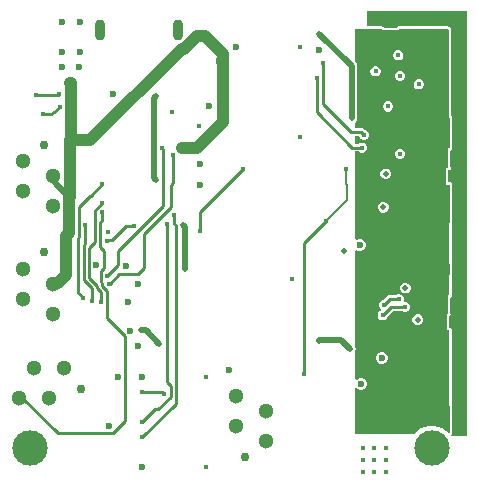
<source format=gbr>
%TF.GenerationSoftware,Altium Limited,Altium Designer,22.10.1 (41)*%
G04 Layer_Physical_Order=4*
G04 Layer_Color=16711680*
%FSLAX45Y45*%
%MOMM*%
%TF.SameCoordinates,8149DA90-88D9-4985-9A7D-E7F2AEE67DA1*%
%TF.FilePolarity,Positive*%
%TF.FileFunction,Copper,L4,Bot,Signal*%
%TF.Part,Single*%
G01*
G75*
%TA.AperFunction,Conductor*%
%ADD10C,0.25400*%
%TA.AperFunction,SMDPad,CuDef*%
%ADD18R,0.81000X0.99000*%
%ADD33R,0.99000X0.81000*%
%TA.AperFunction,Conductor*%
%ADD43C,0.50000*%
%ADD45C,0.20000*%
%TA.AperFunction,ComponentPad*%
%ADD46C,1.30000*%
%ADD47C,0.75000*%
%TA.AperFunction,WasherPad*%
%ADD48C,3.00000*%
%TA.AperFunction,SMDPad,CuDef*%
%ADD49C,3.00000*%
%TA.AperFunction,ComponentPad*%
%ADD50O,0.90000X1.80000*%
%TA.AperFunction,ViaPad*%
%ADD51C,0.60000*%
%ADD52C,0.45000*%
%ADD53C,0.40000*%
%ADD54C,0.50000*%
%TA.AperFunction,ConnectorPad*%
%ADD55R,1.15000X1.47000*%
%TA.AperFunction,Conductor*%
%ADD56C,1.00000*%
G36*
X3838184Y3846305D02*
X3842502Y3843500D01*
Y3702500D01*
Y3656501D01*
X3842502D01*
Y3653497D01*
X3842502D01*
Y3466499D01*
X3842502D01*
Y3463500D01*
X3842502D01*
Y3276501D01*
Y3096501D01*
X3855000D01*
Y2843500D01*
X3840502D01*
Y2669500D01*
X3817498D01*
Y2530500D01*
X3855000D01*
Y2203501D01*
X3850502D01*
Y2016501D01*
Y1856499D01*
X3855000D01*
Y1763499D01*
X3850502D01*
Y1593499D01*
X3840502D01*
Y1439500D01*
X3829500D01*
Y1300500D01*
X3850502D01*
Y1136502D01*
Y976500D01*
Y843500D01*
X3850500D01*
Y656500D01*
X3855000D01*
Y431658D01*
X3842300Y426397D01*
X3821116Y447582D01*
X3789996Y468375D01*
X3755418Y482698D01*
X3718711Y489999D01*
X3681284D01*
X3644577Y482698D01*
X3609999Y468375D01*
X3578880Y447582D01*
X3553798Y422500D01*
X3052500D01*
Y806827D01*
X3065200Y812087D01*
X3074175Y803112D01*
X3092553Y795500D01*
X3112444D01*
X3130821Y803112D01*
X3144886Y817177D01*
X3152498Y835554D01*
Y855446D01*
X3144886Y873823D01*
X3130821Y887888D01*
X3112444Y895500D01*
X3092553D01*
X3074175Y887888D01*
X3065200Y878913D01*
X3052500Y884173D01*
Y1117425D01*
X3052646Y1117644D01*
X3056139Y1135202D01*
X3052646Y1152760D01*
X3052500Y1152979D01*
Y1968194D01*
X3065200Y1974151D01*
X3080054Y1967998D01*
X3099946D01*
X3118323Y1975610D01*
X3132388Y1989675D01*
X3140000Y2008053D01*
Y2027944D01*
X3132388Y2046321D01*
X3118323Y2060386D01*
X3099946Y2067998D01*
X3080054D01*
X3065200Y2061846D01*
X3052500Y2067803D01*
Y2811659D01*
X3080737D01*
X3083426Y2808970D01*
X3099046Y2802500D01*
X3115954D01*
X3131574Y2808970D01*
X3143530Y2820926D01*
X3150000Y2836546D01*
Y2853454D01*
X3143530Y2869074D01*
X3131574Y2881030D01*
X3115954Y2887500D01*
X3099046D01*
X3083426Y2881030D01*
X3080737Y2878340D01*
X3052500D01*
Y2946659D01*
X3085000D01*
Y2944046D01*
X3091470Y2928426D01*
X3103426Y2916470D01*
X3119046Y2910000D01*
X3135954D01*
X3151574Y2916470D01*
X3163530Y2928426D01*
X3170000Y2944046D01*
Y2960954D01*
X3163530Y2976574D01*
X3151574Y2988530D01*
X3135954Y2995000D01*
X3132151D01*
X3123575Y3003575D01*
X3112759Y3010802D01*
X3100000Y3013340D01*
X3052500D01*
Y3056754D01*
X3057443Y3060057D01*
X3067389Y3074942D01*
X3070882Y3092500D01*
Y3535000D01*
X3067389Y3552558D01*
X3057443Y3567443D01*
X3052500Y3572386D01*
Y3851246D01*
X3271519Y3851247D01*
X3272767Y3850000D01*
X3280500D01*
Y3839500D01*
X3419500D01*
Y3850000D01*
Y3851248D01*
X3833012Y3851250D01*
X3838184Y3846305D01*
D02*
G37*
G36*
X4000000Y3850000D02*
Y400000D01*
X3873125D01*
X3865697Y412700D01*
X3866672Y415403D01*
X3869419Y417239D01*
X3873840Y423854D01*
X3875392Y431658D01*
Y656500D01*
X3873840Y664304D01*
X3870892Y668715D01*
Y843489D01*
X3870894Y843500D01*
Y976500D01*
Y1136502D01*
Y1300500D01*
X3869342Y1308304D01*
X3864922Y1314919D01*
X3858306Y1319340D01*
X3855000Y1319997D01*
Y1425198D01*
X3859342Y1431696D01*
X3860894Y1439500D01*
Y1576389D01*
X3864922Y1579080D01*
X3869342Y1585695D01*
X3870894Y1593499D01*
Y1751287D01*
X3873840Y1755695D01*
X3875392Y1763499D01*
Y1856499D01*
X3873840Y1864303D01*
X3870894Y1868711D01*
Y2016501D01*
Y2191289D01*
X3873840Y2195697D01*
X3875392Y2203501D01*
Y2530500D01*
X3873840Y2538304D01*
X3869419Y2544919D01*
X3862804Y2549340D01*
X3855000Y2550892D01*
Y2655198D01*
X3859342Y2661696D01*
X3860894Y2669500D01*
Y2824280D01*
X3862804Y2824660D01*
X3869419Y2829080D01*
X3873840Y2835696D01*
X3875392Y2843500D01*
Y3096501D01*
X3873840Y3104305D01*
X3869419Y3110921D01*
X3862894Y3115280D01*
Y3276501D01*
Y3463500D01*
X3862894Y3463503D01*
Y3466496D01*
X3862894Y3466499D01*
Y3653497D01*
X3862894Y3653500D01*
Y3656498D01*
X3862894Y3656501D01*
Y3843500D01*
X3862477Y3845598D01*
X3862449Y3847738D01*
X3861708Y3849463D01*
X3861601Y3850000D01*
X3861342Y3851303D01*
X3860153Y3853083D01*
X3859309Y3855049D01*
X3857965Y3856358D01*
X3856922Y3857919D01*
D01*
X3855142Y3859109D01*
X3855000Y3859247D01*
D01*
X3853610Y3860601D01*
X3850896Y3862364D01*
X3847106Y3865988D01*
X3843937Y3868004D01*
X3840816Y3870090D01*
X3840589Y3870135D01*
X3840393Y3870259D01*
X3836691Y3870910D01*
X3833012Y3871642D01*
X3419500Y3871640D01*
X3411696Y3870088D01*
X3405081Y3865667D01*
X3401222Y3859892D01*
X3297944D01*
X3294919Y3864419D01*
X3288304Y3868840D01*
X3280500Y3870392D01*
X3277788D01*
X3271519Y3871639D01*
X3158980Y3871638D01*
X3150000Y3880619D01*
Y4000000D01*
X4000000D01*
Y3850000D01*
D02*
G37*
%LPC*%
G36*
X3425954Y3667500D02*
X3409047D01*
X3393427Y3661030D01*
X3381471Y3649074D01*
X3375001Y3633454D01*
Y3616546D01*
X3381471Y3600926D01*
X3393427Y3588970D01*
X3409047Y3582500D01*
X3425954D01*
X3441575Y3588970D01*
X3453530Y3600926D01*
X3460000Y3616546D01*
Y3633454D01*
X3453530Y3649074D01*
X3441575Y3661030D01*
X3425954Y3667500D01*
D02*
G37*
G36*
X3232710Y3531756D02*
X3215803D01*
X3200182Y3525286D01*
X3188227Y3513330D01*
X3181756Y3497710D01*
Y3480803D01*
X3188227Y3465182D01*
X3200182Y3453227D01*
X3215803Y3446756D01*
X3232710D01*
X3248330Y3453227D01*
X3260286Y3465182D01*
X3266756Y3480803D01*
Y3497710D01*
X3260286Y3513330D01*
X3248330Y3525286D01*
X3232710Y3531756D01*
D02*
G37*
G36*
X3438653Y3492500D02*
X3421746D01*
X3406126Y3486030D01*
X3394170Y3474074D01*
X3387700Y3458454D01*
Y3441546D01*
X3394170Y3425926D01*
X3406126Y3413970D01*
X3421746Y3407500D01*
X3438653D01*
X3454274Y3413970D01*
X3466229Y3425926D01*
X3472699Y3441546D01*
Y3458454D01*
X3466229Y3474074D01*
X3454274Y3486030D01*
X3438653Y3492500D01*
D02*
G37*
G36*
X3598454Y3422500D02*
X3581546D01*
X3565926Y3416030D01*
X3553970Y3404074D01*
X3547500Y3388454D01*
Y3371546D01*
X3553970Y3355926D01*
X3565926Y3343970D01*
X3581546Y3337500D01*
X3598454D01*
X3614074Y3343970D01*
X3626030Y3355926D01*
X3632500Y3371546D01*
Y3388454D01*
X3626030Y3404074D01*
X3614074Y3416030D01*
X3598454Y3422500D01*
D02*
G37*
G36*
X3338454Y3235000D02*
X3321546D01*
X3305926Y3228530D01*
X3293970Y3216574D01*
X3287500Y3200954D01*
Y3184046D01*
X3293970Y3168426D01*
X3305926Y3156470D01*
X3321546Y3150000D01*
X3338454D01*
X3354074Y3156470D01*
X3366030Y3168426D01*
X3372500Y3184046D01*
Y3200954D01*
X3366030Y3216574D01*
X3354074Y3228530D01*
X3338454Y3235000D01*
D02*
G37*
G36*
X3438454Y2832500D02*
X3421546D01*
X3405926Y2826030D01*
X3393970Y2814074D01*
X3387500Y2798454D01*
Y2781546D01*
X3393970Y2765926D01*
X3405926Y2753970D01*
X3421546Y2747500D01*
X3438454D01*
X3454074Y2753970D01*
X3466030Y2765926D01*
X3472500Y2781546D01*
Y2798454D01*
X3466030Y2814074D01*
X3454074Y2826030D01*
X3438454Y2832500D01*
D02*
G37*
G36*
X3318952Y2667499D02*
X3301050D01*
X3284511Y2660648D01*
X3271852Y2647990D01*
X3265001Y2631450D01*
Y2613548D01*
X3271852Y2597009D01*
X3284511Y2584350D01*
X3301050Y2577499D01*
X3318952D01*
X3335491Y2584350D01*
X3348150Y2597009D01*
X3355001Y2613548D01*
Y2631450D01*
X3348150Y2647990D01*
X3335491Y2660648D01*
X3318952Y2667499D01*
D02*
G37*
G36*
X3298951Y2385000D02*
X3281049D01*
X3264510Y2378149D01*
X3251851Y2365490D01*
X3245000Y2348951D01*
Y2331049D01*
X3251851Y2314509D01*
X3264510Y2301851D01*
X3281049Y2295000D01*
X3298951D01*
X3315490Y2301851D01*
X3328149Y2314509D01*
X3335000Y2331049D01*
Y2348951D01*
X3328149Y2365490D01*
X3315490Y2378149D01*
X3298951Y2385000D01*
D02*
G37*
G36*
X3486450Y1699998D02*
X3468548D01*
X3452008Y1693147D01*
X3439350Y1680488D01*
X3432499Y1663949D01*
Y1646047D01*
X3439350Y1629508D01*
X3452008Y1616849D01*
X3468548Y1609998D01*
X3486450D01*
X3502989Y1616849D01*
X3515648Y1629508D01*
X3522499Y1646047D01*
Y1663949D01*
X3515648Y1680488D01*
X3502989Y1693147D01*
X3486450Y1699998D01*
D02*
G37*
G36*
X3428452Y1605001D02*
X3411545D01*
X3395924Y1598531D01*
X3394464Y1597071D01*
X3349198D01*
X3336439Y1594533D01*
X3325623Y1587306D01*
X3293598Y1555281D01*
X3286264D01*
X3270643Y1548810D01*
X3258688Y1536855D01*
X3252218Y1521234D01*
Y1504327D01*
X3258688Y1488707D01*
X3269194Y1478201D01*
X3269336Y1470032D01*
X3268169Y1464030D01*
X3260928Y1461031D01*
X3248973Y1449075D01*
X3242503Y1433455D01*
Y1416547D01*
X3248973Y1400927D01*
X3260928Y1388971D01*
X3276549Y1382501D01*
X3293456D01*
X3309076Y1388971D01*
X3321032Y1400927D01*
X3327502Y1416547D01*
Y1420350D01*
X3368811Y1461660D01*
X3448237D01*
X3450926Y1458970D01*
X3466546Y1452500D01*
X3483454D01*
X3499074Y1458970D01*
X3511030Y1470926D01*
X3517500Y1486546D01*
Y1503454D01*
X3511030Y1519074D01*
X3499074Y1531030D01*
X3483454Y1537500D01*
X3469390D01*
X3462661Y1544386D01*
X3460259Y1548642D01*
X3462498Y1554048D01*
Y1570955D01*
X3456028Y1586575D01*
X3444072Y1598531D01*
X3428452Y1605001D01*
D02*
G37*
G36*
X3588953Y1432786D02*
X3571051D01*
X3554511Y1425935D01*
X3541853Y1413277D01*
X3535002Y1396737D01*
Y1378835D01*
X3541853Y1362296D01*
X3554511Y1349637D01*
X3571051Y1342786D01*
X3588953D01*
X3605492Y1349637D01*
X3618151Y1362296D01*
X3625002Y1378835D01*
Y1396737D01*
X3618151Y1413277D01*
X3605492Y1425935D01*
X3588953Y1432786D01*
D02*
G37*
G36*
X3287445Y1112502D02*
X3267554D01*
X3249176Y1104890D01*
X3235111Y1090825D01*
X3227499Y1072448D01*
Y1052557D01*
X3235111Y1034180D01*
X3249176Y1020114D01*
X3267554Y1012502D01*
X3287445D01*
X3305822Y1020114D01*
X3319887Y1034180D01*
X3327499Y1052557D01*
Y1072448D01*
X3319887Y1090825D01*
X3305822Y1104890D01*
X3287445Y1112502D01*
D02*
G37*
%LPD*%
D10*
X542196Y3300000D02*
X547500D01*
X846946Y2045193D02*
Y2309518D01*
X799130Y1997376D02*
X846946Y2045193D01*
X951297Y2059913D02*
X992414D01*
X947546Y2056162D02*
X951297Y2059913D01*
X892346Y2001141D02*
X924530Y1968957D01*
X892346Y2001141D02*
Y2207842D01*
X992414Y2059913D02*
X1112502Y2180001D01*
X846946Y2309518D02*
X912545Y2375116D01*
X892346Y2207842D02*
X912545Y2228040D01*
Y2295112D01*
X708330Y1616046D02*
Y2081455D01*
Y1616046D02*
X746248Y1578128D01*
Y1572824D02*
Y1578128D01*
X953075Y1757996D02*
X1047300Y1852221D01*
X899502Y1540000D02*
Y1618223D01*
X1510000Y2545893D02*
Y2780000D01*
X1494754Y2530648D02*
X1510000Y2545893D01*
X1427700Y2350670D02*
Y2829705D01*
X924530Y1824025D02*
Y1968957D01*
X712340Y2344889D02*
X805582Y2438131D01*
X815552D01*
X912545Y2535124D01*
X1420069Y2837335D02*
X1427700Y2829705D01*
X1420069Y2837335D02*
Y2842639D01*
X1737585Y2135104D02*
Y2295085D01*
X2102500Y2660000D01*
X233332Y728500D02*
X534530Y427302D01*
X206500Y728500D02*
X233332D01*
X897875Y1797370D02*
X924530Y1824025D01*
X897875Y1707055D02*
Y1797370D01*
Y1707055D02*
X910599Y1694331D01*
Y1671331D02*
Y1694331D01*
Y1671331D02*
X954702Y1627228D01*
Y1399127D02*
Y1627228D01*
Y1399127D02*
X1102698Y1251131D01*
Y532026D02*
Y1251131D01*
X997973Y427302D02*
X1102698Y532026D01*
X534530Y427302D02*
X997973D01*
X2615000Y930000D02*
Y2035000D01*
X2802500Y2222500D01*
X2780000Y3215001D02*
Y3559998D01*
X3015000Y2980000D02*
X3100000D01*
X2780000Y3215001D02*
X3015000Y2980000D01*
X3100000D02*
X3127500Y2952500D01*
X3025000Y2845000D02*
X3107500D01*
X2724799Y3145200D02*
Y3434999D01*
Y3145200D02*
X3025000Y2845000D01*
X1454800Y862700D02*
Y2200001D01*
X1490200Y734635D02*
Y827300D01*
X1454800Y862700D02*
X1490200Y827300D01*
X1384257Y628692D02*
X1490200Y734635D01*
X1535600Y677598D02*
Y2183062D01*
X1250000Y391998D02*
X1535600Y677598D01*
X1264376Y2111877D02*
X1494754Y2342255D01*
X1264376Y1825703D02*
Y2111877D01*
X1494754Y2342255D02*
Y2530648D01*
X1515374Y2203287D02*
X1535600Y2183062D01*
X1515374Y2203287D02*
Y2271212D01*
X1047300Y1852221D02*
Y1970270D01*
X1427700Y2350670D01*
X1112502Y2180001D02*
X1178966D01*
X3355001Y1495000D02*
X3475000D01*
X3418774Y1563731D02*
X3419998Y1562501D01*
X865199Y1652526D02*
X899502Y1618223D01*
X712340Y2085465D02*
Y2344889D01*
X350000Y3292500D02*
X534696D01*
X542196Y3300000D01*
X492969Y3142967D02*
X503365D01*
X549998Y3189600D01*
X482503Y3132500D02*
X492969Y3142967D01*
X753730Y2016181D02*
X767540Y2029991D01*
X753730Y1722790D02*
Y2016181D01*
Y1722790D02*
X819799Y1656720D01*
Y1547500D02*
Y1656720D01*
X1054348Y1771140D02*
X1209813D01*
X973205Y1689997D02*
X1054348Y1771140D01*
X969998Y1689997D02*
X973205D01*
X799130Y1741595D02*
Y1997376D01*
Y1741595D02*
X865199Y1675525D01*
Y1652526D02*
Y1675525D01*
X708330Y2081455D02*
X712340Y2085465D01*
X767540Y2029991D02*
Y2190107D01*
X1209813Y1771140D02*
X1264376Y1825703D01*
X1429696Y757500D02*
X1435000D01*
X1250000Y518998D02*
X1359694Y628692D01*
X1250000Y772998D02*
X1414198D01*
X1359694Y628692D02*
X1384257D01*
X1414198Y772998D02*
X1429696Y757500D01*
X3298248Y1512781D02*
X3349198Y1563731D01*
X3285002Y1425001D02*
X3355001Y1495000D01*
X3294718Y1512781D02*
X3298248D01*
X407500Y3132500D02*
X482503D01*
X3349198Y1563731D02*
X3418774D01*
D18*
X3890000Y1370000D02*
D03*
X3752002D02*
D03*
X3877998Y2600000D02*
D03*
X3740000D02*
D03*
D33*
X3350000Y3762002D02*
D03*
Y3900000D02*
D03*
D43*
X641010Y3389513D02*
X651500Y3399998D01*
X1607500Y1819245D02*
Y1839290D01*
X1609791Y1841581D01*
X2742500Y1207500D02*
X2750000Y1215000D01*
X2930459D01*
X3010257Y1135202D01*
X3025000Y3092500D02*
Y3535000D01*
X2750000Y3810000D02*
X3025000Y3535000D01*
X480000Y2600000D02*
X491999D01*
X480000Y2578352D02*
Y2600000D01*
Y2578352D02*
X516010Y2542342D01*
Y2535261D02*
Y2542342D01*
Y2535261D02*
X628269Y2423003D01*
X1240000Y1300000D02*
X1277795D01*
X1394923Y1182872D01*
X1394927D01*
X1349954Y3264952D02*
X1370000Y3285002D01*
X1594185Y2189505D02*
X1609791Y2173905D01*
X1349954Y2590048D02*
Y3264952D01*
Y2590048D02*
X1370000Y2570002D01*
X1609791Y1841581D02*
Y2173905D01*
X628269Y2423003D02*
X641010D01*
D45*
X2975000Y2536044D02*
X2985000Y2526044D01*
X2975000Y2536044D02*
Y2662500D01*
X2985000Y2405000D02*
Y2526044D01*
X2802500Y2222500D02*
X2985000Y2405000D01*
D46*
X2297498Y616500D02*
D03*
Y362500D02*
D03*
X2043498Y743500D02*
D03*
Y489500D02*
D03*
X491999Y2600000D02*
D03*
X237999Y2727000D02*
D03*
Y2473000D02*
D03*
X491999Y2346000D02*
D03*
X587500Y982500D02*
D03*
X333500D02*
D03*
X206500Y728500D02*
D03*
X460500D02*
D03*
X237999Y1817000D02*
D03*
X491999Y1690000D02*
D03*
X237999Y1563000D02*
D03*
X491999Y1436000D02*
D03*
D47*
X2117498Y222500D02*
D03*
X417999Y2867000D02*
D03*
X727500Y802500D02*
D03*
X417999Y1957000D02*
D03*
D48*
X299999Y299999D02*
D03*
X3699998D02*
D03*
D49*
X299999D02*
D03*
D50*
X894999Y3842502D02*
D03*
X1554998D02*
D03*
D51*
X567502Y3657498D02*
D03*
X722498D02*
D03*
X1737585Y2527623D02*
D03*
X1815536Y3199460D02*
D03*
X1210000Y1162500D02*
D03*
X1147500Y1295000D02*
D03*
X972002Y490002D02*
D03*
X1896949Y3577104D02*
D03*
X1210000Y1690000D02*
D03*
X1130000Y1540000D02*
D03*
X861830Y1849996D02*
D03*
X1110000Y1840000D02*
D03*
X3090000Y2017998D02*
D03*
X1985000Y964497D02*
D03*
X1250000Y899998D02*
D03*
X1039998D02*
D03*
X2046580Y3692098D02*
D03*
X722498Y3907500D02*
D03*
X572501D02*
D03*
X715000Y3530001D02*
D03*
X572501Y3527501D02*
D03*
X997499Y3302498D02*
D03*
X1737584Y2707630D02*
D03*
X3277499Y1062502D02*
D03*
X3102498Y845500D02*
D03*
X2750000Y3671997D02*
D03*
X1250000Y137998D02*
D03*
D52*
X651500Y3399998D02*
D03*
X547500Y3300000D02*
D03*
X947546Y2056162D02*
D03*
X960000Y2127500D02*
D03*
X746248Y1572824D02*
D03*
X953075Y1757996D02*
D03*
X899502Y1540000D02*
D03*
X1607500Y1819245D02*
D03*
X1510000Y2780000D02*
D03*
X1589289Y2842639D02*
D03*
X1500000Y3150000D02*
D03*
X1420069Y2842639D02*
D03*
X912545Y2375116D02*
D03*
Y2295112D02*
D03*
Y2535124D02*
D03*
X1737585Y2135104D02*
D03*
X2742500Y1207500D02*
D03*
X1515374Y2271212D02*
D03*
X1178966Y2180001D02*
D03*
X3590000Y3380000D02*
D03*
X3010257Y1135202D02*
D03*
X3215000Y300000D02*
D03*
X3115000D02*
D03*
X3315000Y200000D02*
D03*
X3315000Y300465D02*
D03*
X3315000Y100000D02*
D03*
X3115000D02*
D03*
X3215000Y200000D02*
D03*
X3115000D02*
D03*
X3215000Y100000D02*
D03*
X3105713Y536000D02*
D03*
Y613500D02*
D03*
Y697500D02*
D03*
Y463500D02*
D03*
X3206785Y602500D02*
D03*
Y697500D02*
D03*
Y527500D02*
D03*
Y452500D02*
D03*
X3307857Y455000D02*
D03*
Y605000D02*
D03*
Y527500D02*
D03*
Y697500D02*
D03*
X3408928D02*
D03*
Y467500D02*
D03*
Y542500D02*
D03*
X3510000Y467500D02*
D03*
Y540000D02*
D03*
Y697500D02*
D03*
X3611072Y547500D02*
D03*
Y697500D02*
D03*
X3712143Y622500D02*
D03*
Y697500D02*
D03*
X3813215Y622500D02*
D03*
Y697500D02*
D03*
X3611072Y617500D02*
D03*
X3510000D02*
D03*
X3408928D02*
D03*
X3287502Y3745001D02*
D03*
X3205002D02*
D03*
X3479998Y3747501D02*
D03*
X3372500Y3745001D02*
D03*
X3712499Y1323333D02*
D03*
Y1230000D02*
D03*
Y1510000D02*
D03*
Y1416667D02*
D03*
X3475000Y1495000D02*
D03*
X3419998Y1562501D02*
D03*
X3430200Y3450000D02*
D03*
X549998Y3189600D02*
D03*
X1780000Y3790000D02*
D03*
X969998Y1689997D02*
D03*
X1727998Y3030000D02*
D03*
X1454800Y2200001D02*
D03*
X1240000Y1300000D02*
D03*
X3902500Y1406666D02*
D03*
Y1313333D02*
D03*
Y1220000D02*
D03*
X3920000Y2570000D02*
D03*
Y2763333D02*
D03*
Y2860000D02*
D03*
Y2666666D02*
D03*
X3712999Y2610000D02*
D03*
Y2689168D02*
D03*
X3920000Y2110000D02*
D03*
X3090000Y1880000D02*
D03*
X1394927Y1182872D02*
D03*
X2520000Y1730000D02*
D03*
X3430000Y2790000D02*
D03*
X3950000Y3950000D02*
D03*
Y3850000D02*
D03*
Y3750000D02*
D03*
X3955000Y730000D02*
D03*
X3330000Y3192500D02*
D03*
X3107500Y2845000D02*
D03*
X3127500Y2952500D02*
D03*
X2724799Y3434999D02*
D03*
X3417501Y3625000D02*
D03*
X3224256Y3489256D02*
D03*
X1435000Y757500D02*
D03*
X2102500Y2660000D02*
D03*
X767540Y2190107D02*
D03*
X3902500Y1499999D02*
D03*
X3294718Y1512781D02*
D03*
X1370000Y3285002D02*
D03*
X407500Y3132500D02*
D03*
X350000Y3292500D02*
D03*
X1594185Y2189505D02*
D03*
X819799Y1547500D02*
D03*
X3712999Y2768335D02*
D03*
X3457499Y3932499D02*
D03*
X3350001D02*
D03*
X3239999D02*
D03*
X2588981Y3692098D02*
D03*
Y2930098D02*
D03*
X1792402Y899998D02*
D03*
Y137998D02*
D03*
X3285002Y1425001D02*
D03*
X3712999Y2847503D02*
D03*
X2780000Y3559998D02*
D03*
X1370000Y2570002D02*
D03*
X1250000Y772998D02*
D03*
Y518998D02*
D03*
Y391998D02*
D03*
D53*
X3025000Y3092500D02*
D03*
X2750000Y3810000D02*
D03*
X2975000Y2662500D02*
D03*
X2802500Y2222500D02*
D03*
X2615000Y930000D02*
D03*
D54*
X3947500Y3499998D02*
D03*
Y3619998D02*
D03*
X3290000Y2340000D02*
D03*
X2960000Y1965000D02*
D03*
X3580002Y1387786D02*
D03*
X3947500Y3359998D02*
D03*
X3477499Y1654998D02*
D03*
X3310001Y2622499D02*
D03*
D55*
X3920002Y3559998D02*
D03*
X3744001D02*
D03*
X3928002Y1949999D02*
D03*
X3752001D02*
D03*
X3928000Y750000D02*
D03*
X3752000D02*
D03*
X3752001Y910002D02*
D03*
X3928002D02*
D03*
X3752001Y1070000D02*
D03*
X3928002D02*
D03*
X3752001Y1230002D02*
D03*
X3928002D02*
D03*
X3742001Y1499999D02*
D03*
X3918002D02*
D03*
X3752001Y1669999D02*
D03*
X3928002D02*
D03*
X3752001Y2110001D02*
D03*
X3928002D02*
D03*
X3762001Y2279998D02*
D03*
X3938002D02*
D03*
X3762001Y2440000D02*
D03*
X3938002D02*
D03*
X3742001Y2750000D02*
D03*
X3918002D02*
D03*
X3744001Y3750000D02*
D03*
X3920002D02*
D03*
X3744001Y3190001D02*
D03*
X3920002D02*
D03*
X3744001Y3370001D02*
D03*
X3920002D02*
D03*
D56*
X497739Y1695740D02*
X536250D01*
X491999Y1690000D02*
X497739Y1695740D01*
X536250D02*
X604088Y1763579D01*
Y2094169D01*
X1589289Y2842639D02*
X1712639D01*
X1930000Y3060000D01*
Y3640000D01*
X628269Y2118350D02*
Y2423003D01*
X604088Y2094169D02*
X628269Y2118350D01*
X1710131Y3790000D02*
X1780000D01*
X1602633Y3682502D02*
X1710131Y3790000D01*
X1780000D02*
X1930000Y3640000D01*
X642498Y2906258D02*
X806258D01*
X1582502Y3682502D01*
X1602633D01*
X641010Y3389513D02*
X642498Y3388025D01*
X641010Y2423003D02*
Y2904769D01*
X642498Y2906258D01*
Y3388025D01*
%TF.MD5,38dcb587e2462a07db821a1a95697b78*%
M02*

</source>
